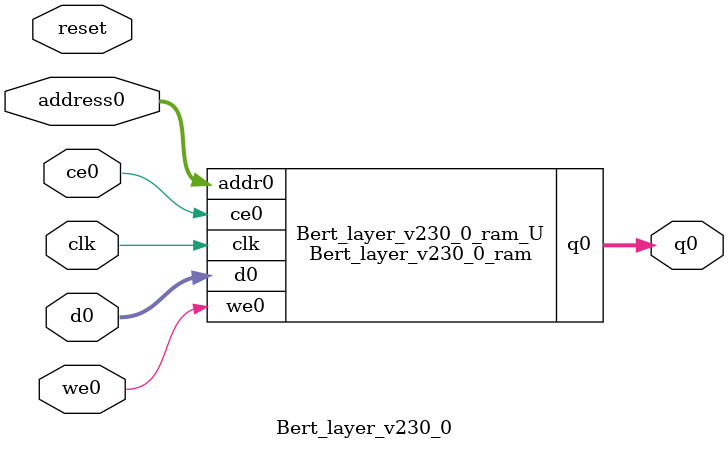
<source format=v>
`timescale 1 ns / 1 ps
module Bert_layer_v230_0_ram (addr0, ce0, d0, we0, q0,  clk);

parameter DWIDTH = 32;
parameter AWIDTH = 10;
parameter MEM_SIZE = 768;

input[AWIDTH-1:0] addr0;
input ce0;
input[DWIDTH-1:0] d0;
input we0;
output reg[DWIDTH-1:0] q0;
input clk;

(* ram_style = "block" *)reg [DWIDTH-1:0] ram[0:MEM_SIZE-1];




always @(posedge clk)  
begin 
    if (ce0) begin
        if (we0) 
            ram[addr0] <= d0; 
        q0 <= ram[addr0];
    end
end


endmodule

`timescale 1 ns / 1 ps
module Bert_layer_v230_0(
    reset,
    clk,
    address0,
    ce0,
    we0,
    d0,
    q0);

parameter DataWidth = 32'd32;
parameter AddressRange = 32'd768;
parameter AddressWidth = 32'd10;
input reset;
input clk;
input[AddressWidth - 1:0] address0;
input ce0;
input we0;
input[DataWidth - 1:0] d0;
output[DataWidth - 1:0] q0;



Bert_layer_v230_0_ram Bert_layer_v230_0_ram_U(
    .clk( clk ),
    .addr0( address0 ),
    .ce0( ce0 ),
    .we0( we0 ),
    .d0( d0 ),
    .q0( q0 ));

endmodule


</source>
